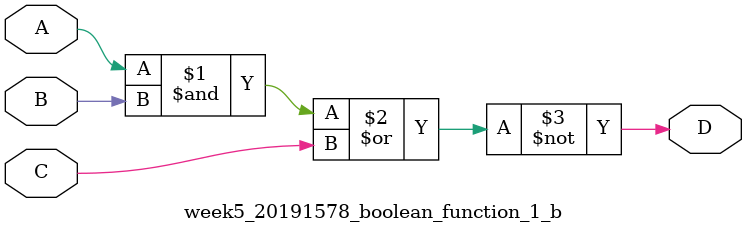
<source format=v>
`timescale 1ns / 1ps


module week5_20191578_boolean_function_1_b(
    input A,
    input B,
    input C,
    output D
    );
    assign D = ~((A & B) | C);
endmodule

</source>
